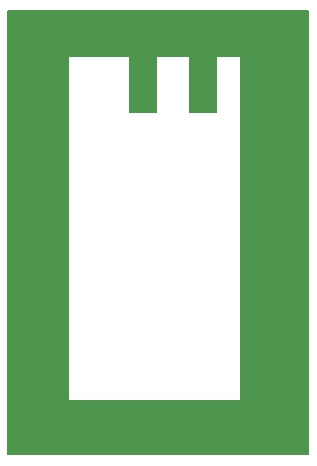
<source format=gbr>
G04 #@! TF.GenerationSoftware,KiCad,Pcbnew,(6.0.0-rc1-dev-205-gc0615c5ef)*
G04 #@! TF.CreationDate,2018-08-06T10:50:12+02:00*
G04 #@! TF.ProjectId,DIODECOVER01A,44494F4445434F5645523031412E6B69,REV*
G04 #@! TF.SameCoordinates,Original*
G04 #@! TF.FileFunction,Soldermask,Top*
G04 #@! TF.FilePolarity,Negative*
%FSLAX46Y46*%
G04 Gerber Fmt 4.6, Leading zero omitted, Abs format (unit mm)*
G04 Created by KiCad (PCBNEW (6.0.0-rc1-dev-205-gc0615c5ef)) date 08/06/18 10:50:12*
%MOMM*%
%LPD*%
G01*
G04 APERTURE LIST*
%ADD10C,0.150000*%
%ADD11R,2.400000X7.400000*%
%ADD12R,4.400000X2.400000*%
%ADD13R,1.924000X1.924000*%
G04 APERTURE END LIST*
D10*
G36*
X5080000Y1905000D02*
X30480000Y1905000D01*
X30480000Y6350000D01*
X5080000Y6350000D01*
X5080000Y1905000D01*
G37*
X5080000Y1905000D02*
X30480000Y1905000D01*
X30480000Y6350000D01*
X5080000Y6350000D01*
X5080000Y1905000D01*
G36*
X30480000Y39370000D02*
X30480000Y1905000D01*
X24765000Y1905000D01*
X24765000Y39370000D01*
X30480000Y39370000D01*
G37*
X30480000Y39370000D02*
X30480000Y1905000D01*
X24765000Y1905000D01*
X24765000Y39370000D01*
X30480000Y39370000D01*
G36*
X5080000Y39370000D02*
X30480000Y39370000D01*
X30480000Y35560000D01*
X5080000Y35560000D01*
X5080000Y39370000D01*
G37*
X5080000Y39370000D02*
X30480000Y39370000D01*
X30480000Y35560000D01*
X5080000Y35560000D01*
X5080000Y39370000D01*
G36*
X5080000Y39370000D02*
X10160000Y39370000D01*
X10160000Y1905000D01*
X5080000Y1905000D01*
X5080000Y39370000D01*
G37*
X5080000Y39370000D02*
X10160000Y39370000D01*
X10160000Y1905000D01*
X5080000Y1905000D01*
X5080000Y39370000D01*
D11*
G04 #@! TO.C,D2*
X21590000Y34410000D03*
X16510000Y34410000D03*
G04 #@! TD*
D12*
G04 #@! TO.C,J10*
X7620000Y30480000D03*
X7620000Y27940000D03*
G04 #@! TD*
D13*
G04 #@! TO.C,J1*
X13335000Y3810000D03*
X10795000Y3810000D03*
X8255000Y3810000D03*
G04 #@! TD*
G04 #@! TO.C,J2*
X28575000Y9525000D03*
X28575000Y6985000D03*
X28575000Y4445000D03*
G04 #@! TD*
G04 #@! TO.C,J3*
X28575000Y32385000D03*
X28575000Y34925000D03*
X28575000Y37465000D03*
G04 #@! TD*
M02*

</source>
